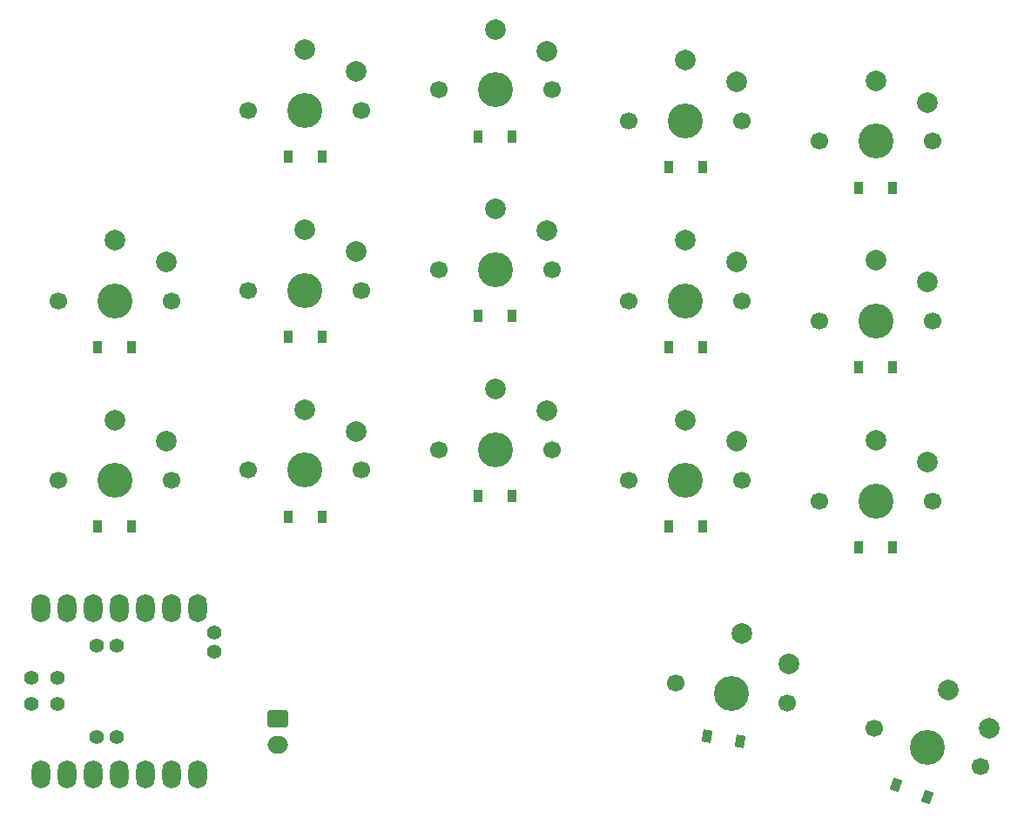
<source format=gbr>
%TF.GenerationSoftware,KiCad,Pcbnew,(6.0.7-1)-1*%
%TF.CreationDate,2022-10-31T22:34:26+08:00*%
%TF.ProjectId,kamao,6b616d61-6f2e-46b6-9963-61645f706362,rev?*%
%TF.SameCoordinates,Original*%
%TF.FileFunction,Soldermask,Bot*%
%TF.FilePolarity,Negative*%
%FSLAX46Y46*%
G04 Gerber Fmt 4.6, Leading zero omitted, Abs format (unit mm)*
G04 Created by KiCad (PCBNEW (6.0.7-1)-1) date 2022-10-31 22:34:26*
%MOMM*%
%LPD*%
G01*
G04 APERTURE LIST*
G04 Aperture macros list*
%AMRoundRect*
0 Rectangle with rounded corners*
0 $1 Rounding radius*
0 $2 $3 $4 $5 $6 $7 $8 $9 X,Y pos of 4 corners*
0 Add a 4 corners polygon primitive as box body*
4,1,4,$2,$3,$4,$5,$6,$7,$8,$9,$2,$3,0*
0 Add four circle primitives for the rounded corners*
1,1,$1+$1,$2,$3*
1,1,$1+$1,$4,$5*
1,1,$1+$1,$6,$7*
1,1,$1+$1,$8,$9*
0 Add four rect primitives between the rounded corners*
20,1,$1+$1,$2,$3,$4,$5,0*
20,1,$1+$1,$4,$5,$6,$7,0*
20,1,$1+$1,$6,$7,$8,$9,0*
20,1,$1+$1,$8,$9,$2,$3,0*%
%AMRotRect*
0 Rectangle, with rotation*
0 The origin of the aperture is its center*
0 $1 length*
0 $2 width*
0 $3 Rotation angle, in degrees counterclockwise*
0 Add horizontal line*
21,1,$1,$2,0,0,$3*%
G04 Aperture macros list end*
%ADD10O,1.800000X2.750000*%
%ADD11C,1.397000*%
%ADD12C,1.700000*%
%ADD13C,3.400000*%
%ADD14C,2.000000*%
%ADD15R,0.900000X1.200000*%
%ADD16RoundRect,0.250000X-0.750000X0.600000X-0.750000X-0.600000X0.750000X-0.600000X0.750000X0.600000X0*%
%ADD17O,2.000000X1.700000*%
%ADD18RotRect,0.900000X1.200000X340.000000*%
%ADD19RotRect,0.900000X1.200000X350.000000*%
G04 APERTURE END LIST*
D10*
%TO.C,U1*%
X-8620000Y387905000D03*
X-6080000Y387905000D03*
X-3540000Y387905000D03*
X-1000000Y387905000D03*
X1540000Y387905000D03*
X4080000Y387905000D03*
X6620000Y387905000D03*
X6620000Y404095000D03*
X4080000Y404095000D03*
X1540000Y404095000D03*
X-1000000Y404095000D03*
X-3540000Y404095000D03*
X-6080000Y404095000D03*
X-8620000Y404095000D03*
D11*
X-9572000Y394730000D03*
X-9572000Y397270000D03*
X-7032000Y394730000D03*
X-7032000Y397270000D03*
X-1300000Y400400000D03*
X-1317000Y391555000D03*
X-3222000Y391555000D03*
X-3205000Y400400000D03*
X8208000Y399810000D03*
X8208000Y401715000D03*
%TD*%
D12*
%TO.C,K2*%
X4000000Y434000000D03*
D13*
X-1500000Y434000000D03*
D12*
X-7000000Y434000000D03*
D14*
X-1500000Y439900000D03*
D15*
X-3150000Y429500000D03*
D14*
X3500000Y437800000D03*
D15*
X150000Y429500000D03*
%TD*%
D12*
%TO.C,K8*%
X78000000Y414500000D03*
X67000000Y414500000D03*
D13*
X72500000Y414500000D03*
D14*
X72500000Y420400000D03*
D15*
X70850000Y410000000D03*
X74150000Y410000000D03*
D14*
X77500000Y418300000D03*
%TD*%
D12*
%TO.C,K4*%
X11500000Y435000000D03*
D13*
X17000000Y435000000D03*
D12*
X22500000Y435000000D03*
D14*
X17000000Y440900000D03*
D15*
X15350000Y430500000D03*
D14*
X22000000Y438800000D03*
D15*
X18650000Y430500000D03*
%TD*%
D16*
%TO.C,BT1*%
X14400000Y393300000D03*
D17*
X14400000Y390800000D03*
%TD*%
D12*
%TO.C,K6*%
X67000000Y432000000D03*
X78000000Y432000000D03*
D13*
X72500000Y432000000D03*
D14*
X72500000Y437900000D03*
D15*
X70850000Y427500000D03*
X74150000Y427500000D03*
D14*
X77500000Y435800000D03*
%TD*%
D12*
%TO.C,K3*%
X4000000Y416500000D03*
D13*
X-1500000Y416500000D03*
D12*
X-7000000Y416500000D03*
D14*
X-1500000Y422400000D03*
D15*
X-3150000Y412000000D03*
D14*
X3500000Y420300000D03*
D15*
X150000Y412000000D03*
%TD*%
D13*
%TO.C,K12*%
X17000000Y417500000D03*
D12*
X22500000Y417500000D03*
X11500000Y417500000D03*
D14*
X17000000Y423400000D03*
D15*
X15350000Y413000000D03*
D14*
X22000000Y421300000D03*
D15*
X18650000Y413000000D03*
%TD*%
D12*
%TO.C,K7*%
X72370781Y392409728D03*
X82707400Y388647506D03*
D13*
X77539091Y390528617D03*
D14*
X79557009Y396072803D03*
D18*
X74449507Y386864333D03*
X77550493Y385735667D03*
D14*
X83537230Y392389348D03*
%TD*%
D13*
%TO.C,K15*%
X35500000Y419500000D03*
D12*
X41000000Y419500000D03*
X30000000Y419500000D03*
D14*
X35500000Y425400000D03*
D15*
X33850000Y415000000D03*
X37150000Y415000000D03*
D14*
X40500000Y423300000D03*
%TD*%
D13*
%TO.C,K16*%
X54000000Y416500000D03*
D12*
X48500000Y416500000D03*
X59500000Y416500000D03*
D14*
X54000000Y422400000D03*
D15*
X52350000Y412000000D03*
D14*
X59000000Y420300000D03*
D15*
X55650000Y412000000D03*
%TD*%
D13*
%TO.C,K9*%
X35500000Y454500000D03*
D12*
X30000000Y454500000D03*
X41000000Y454500000D03*
D14*
X35500000Y460400000D03*
D15*
X33850000Y450000000D03*
X37150000Y450000000D03*
D14*
X40500000Y458300000D03*
%TD*%
D12*
%TO.C,K14*%
X59500000Y434000000D03*
D13*
X54000000Y434000000D03*
D12*
X48500000Y434000000D03*
D14*
X54000000Y439900000D03*
D15*
X52350000Y429500000D03*
D14*
X59000000Y437800000D03*
D15*
X55650000Y429500000D03*
%TD*%
D12*
%TO.C,K11*%
X63916443Y394844935D03*
X53083558Y396755065D03*
D13*
X58500001Y395800000D03*
D14*
X59524525Y401610366D03*
D19*
X56093651Y391654884D03*
D14*
X64083903Y398674028D03*
D19*
X59343517Y391081846D03*
%TD*%
D13*
%TO.C,K10*%
X35500000Y437000000D03*
D12*
X41000000Y437000000D03*
X30000000Y437000000D03*
D14*
X35500000Y442900000D03*
D15*
X33850000Y432500000D03*
D14*
X40500000Y440800000D03*
D15*
X37150000Y432500000D03*
%TD*%
D12*
%TO.C,K5*%
X67000000Y449500000D03*
X78000000Y449500000D03*
D13*
X72500000Y449500000D03*
D14*
X72500000Y455400000D03*
D15*
X70850000Y445000000D03*
X74150000Y445000000D03*
D14*
X77500000Y453300000D03*
%TD*%
D12*
%TO.C,K13*%
X48500000Y451500000D03*
D13*
X54000000Y451500000D03*
D12*
X59500000Y451500000D03*
D14*
X54000000Y457400000D03*
D15*
X52350000Y447000000D03*
D14*
X59000000Y455300000D03*
D15*
X55650000Y447000000D03*
%TD*%
D13*
%TO.C,K1*%
X17000000Y452500000D03*
D12*
X22500000Y452500000D03*
X11500000Y452500000D03*
D14*
X17000000Y458400000D03*
D15*
X15350000Y448000000D03*
D14*
X22000000Y456300000D03*
D15*
X18650000Y448000000D03*
%TD*%
M02*

</source>
